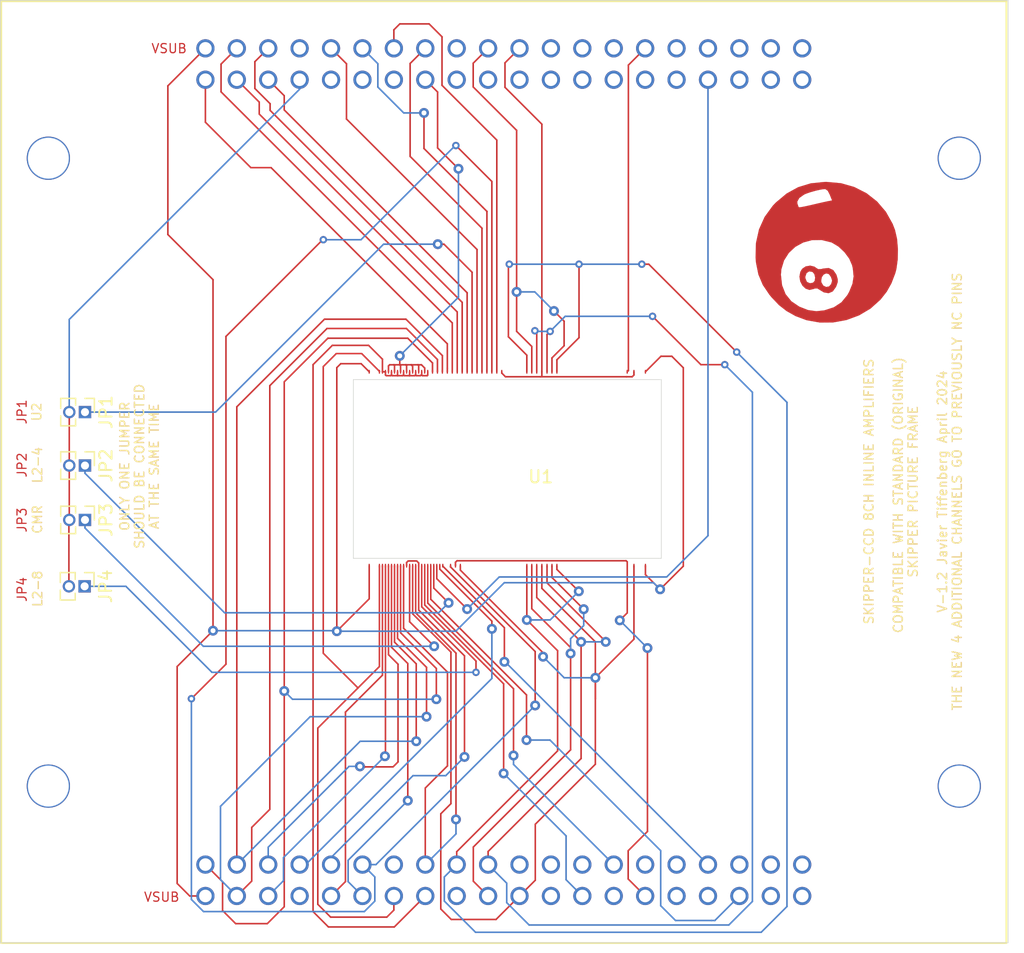
<source format=kicad_pcb>
(kicad_pcb (version 20221018) (generator pcbnew)
  (layers (0 "F.Cu" signal) (31 "B.Cu" signal) (34 "B.Paste" user) (35 "F.Paste" user) (36 "B.SilkS" user "B.Silkscreen") (37 "F.SilkS" user "F.Silkscreen") (38 "B.Mask" user) (39 "F.Mask" user) (44 "Edge.Cuts" user))
  (net 0 "")
  (net 1 "VOUT-U2-TRUE")
  (net 2 "VOUT-U2")
  (net 3 "VOUT-L2-4")
  (net 4 "VOUT-CMR")
  (net 5 "H1-L1")
  (net 6 "H2-L1")
  (net 7 "H3-L1")
  (net 8 "RG-L1")
  (net 9 "H1-A")
  (net 10 "VOUT-L1")
  (net 11 "VDD-L1")
  (net 12 "DRAIN-L1")
  (net 13 "SW-L1")
  (net 14 "TG-L1")
  (net 15 "P+")
  (net 16 "OG-L1")
  (net 17 "DG-L1")
  (net 18 "V1-L1")
  (net 19 "V2-L1")
  (net 20 "V3-L1")
  (net 21 "N+")
  (net 22 "VOUT-L2")
  (net 23 "VSUB")
  (net 24 "DRAIN-U2")
  (net 25 "V3-U1")
  (net 26 "V1-U1")
  (net 27 "V2-U1")
  (net 28 "DG-U1")
  (net 29 "OG-U1")
  (net 30 "TG-U1")
  (net 31 "DRAIN-U1")
  (net 32 "SW-U1")
  (net 33 "VOUT-U1")
  (net 34 "VDD-U1")
  (net 35 "H2")
  (net 36 "H3-U1")
  (net 37 "RG-U1")
  (net 38 "H1-U1")
  (net 39 "H2-U1")
  (net 40 "VOUT-L2-5")
  (net 41 "VOUT-L2-6")
  (net 42 "VOUT-L2-7")
  (net 43 "VOUT-L2-8")
  (net 44 "H3-A")
  (net 45 "RG-A")
  (net 46 "RD-L2")
  (net 48 "VDD")
  (net 49 "DRAIN")
  (net 50 "SW-A")
  (net 51 "TG-B")
  (net 53 "OG-A")
  (net 54 "DG-A")
  (net 55 "V1-B")
  (net 56 "V2")
  (net 57 "V3-B")
  (net 58 "RD-L1")
  (net 59 "H1-B")
  (net 60 "H3-B")
  (net 61 "RG-B")
  (net 64 "SW-B")
  (net 66 "DG-B")
  (net 67 "OG-B")
  (net 68 "unconnected-(PF1-V1-U2-Pad57)")
  (net 73 "RD-U1")
  (footprint "Connector_PinHeader_1.27mm:PinHeader_1x02_P1.27mm_Vertical" (layer "F.Cu") (at 128.09728 103.289441 -90)
    (fp_text reference "JP3")
    (fp_text value "Jumper")
  )
  (footprint "Connector_PinHeader_1.27mm:PinHeader_1x02_P1.27mm_Vertical" (layer "F.Cu") (at 128.09728 94.56674 -90)
    (fp_text reference "JP1")
    (fp_text value "Jumper")
  )
  (footprint "skLib:pf_skipper" (layer "F.Cu") (at 203.788641 138.104121)
    (fp_text reference "PF1" hide)
    (fp_text value "pf_skipper" hide)
  )
  (footprint "Connector_PinHeader_1.27mm:PinHeader_1x02_P1.27mm_Vertical" (layer "F.Cu") (at 128.09728 98.88982 -90)
    (fp_text reference "JP2")
    (fp_text value "Jumper")
  )
  (footprint "skipper:bola8_s" (layer "F.Cu") (at 187.95 81.6 90)
    (fp_text reference "G***" hide)
    (fp_text value "LOGO" hide)
  )
  (footprint "Connector_PinHeader_1.27mm:PinHeader_1x02_P1.27mm_Vertical" (layer "F.Cu") (at 128.0668 108.6612 -90)
    (fp_text reference "JP4")
    (fp_text value "Jumper")
  )
  (footprint "skLib:QIS_8ch_inline" (layer "F.Cu") (at 162.25 99.25)
    (fp_text reference "U1")
    (fp_text value "QIS_SKCCD_8CH_inline-qis")
  )
  (gr_line (start 202.75 61.25) (end 121.25 61.25) (stroke (width 0.05)) (layer "Edge.Cuts"))
  (gr_line (start 174.7 106.4) (end 174.7 91.9353) (stroke (width 0.05)) (layer "Edge.Cuts"))
  (gr_line (start 149.8 91.9353) (end 149.8 106.4) (stroke (width 0.05)) (layer "Edge.Cuts"))
  (gr_line (start 202.75 137.5) (end 202.75 61.25) (stroke (width 0.05)) (layer "Edge.Cuts"))
  (gr_line (start 149.8 106.4) (end 174.7 106.4) (stroke (width 0.05)) (layer "Edge.Cuts"))
  (gr_line (start 174.7 91.9353) (end 149.8 91.9353) (stroke (width 0.05)) (layer "Edge.Cuts"))
  (gr_line (start 121.25 137.5) (end 202.75 137.5) (stroke (width 0.05)) (layer "Edge.Cuts"))
  (gr_line (start 121.25 61.25) (end 121.25 137.5) (stroke (width 0.05)) (layer "Edge.Cuts"))
  (gr_text "VSUB" (at 134.3 133.8) (layer "F.Cu") (effects (font (size 0.738 0.738) (thickness 0.0968))))
  (gr_text "CMR" (at 124.25 103.25 90) (layer "F.Cu") (effects (font (size 0.738 0.738) (thickness 0.0968))))
  (gr_text "L2-4" (at 124.25 98.85 90) (layer "F.Cu") (effects (font (size 0.738 0.738) (thickness 0.0968))))
  (gr_text "U2" (at 124.2 94.55 90) (layer "F.Cu") (effects (font (size 0.738 0.738) (thickness 0.0968))))
  (gr_text "ONLY ONE JUMPER\nSHOULD BE CONNECTED\nAT THE SAME TIME" (at 132.5 98.95 90) (layer "F.Cu") (effects (font (size 0.738 0.738) (thickness 0.0968))))
  (gr_text "JP3" (at 123 103.3 90) (layer "F.Cu") (effects (font (size 0.738 0.738) (thickness 0.0968))))
  (gr_text "JP2" (at 123 98.85 90) (layer "F.Cu") (effects (font (size 0.738 0.738) (thickness 0.0968))))
  (gr_text "JP1" (at 123 94.55 90) (layer "F.Cu") (effects (font (size 0.738 0.738) (thickness 0.0968))))
  (gr_text "SKIPPER-CCD 8CH INLINE AMPLIFIERS\n\nCOMPATIBLE WITH STANDARD (ORIGINAL) \nSKIPPER PICTURE FRAME\n\nV-1.2 Javier Tiffenberg April 2024\nTHE NEW 4 ADDITIONAL CHANNELS GO TO PREVIOUSLY NC PINS" (at 195.05 101 90) (layer "F.Cu") (effects (font (size 0.738 0.738) (thickness 0.0968))))
  (gr_text "VSUB" (at 134.9 65.15) (layer "F.Cu") (effects (font (size 0.738 0.738) (thickness 0.0968))))
  (gr_text "L2-8" (at 124.2568 108.8644 90) (layer "F.Cu") (effects (font (size 0.738 0.738) (thickness 0.0968))))
  (gr_text "JP4" (at 123.0068 108.9144 90) (layer "F.Cu") (effects (font (size 0.738 0.738) (thickness 0.0968))))
  (gr_text "SKIPPER-CCD 8CH INLINE AMPLIFIERS\n\nCOMPATIBLE WITH STANDARD (ORIGINAL) \nSKIPPER PICTURE FRAME\n\nV-1.2 Javier Tiffenberg April 2024\nTHE NEW 4 ADDITIONAL CHANNELS GO TO PREVIOUSLY NC PINS" (at 195.05 101 90) (layer "F.SilkS") (effects (font (size 0.738 0.738) (thickness 0.0968))))
  (gr_text "ONLY ONE JUMPER\nSHOULD BE CONNECTED\nAT THE SAME TIME" (at 132.5 98.95 90) (layer "F.SilkS") (effects (font (size 0.738 0.738) (thickness 0.0968))))
  (gr_text "CMR" (at 124.25 103.25 90) (layer "F.SilkS") (effects (font (size 0.738 0.738) (thickness 0.0968))))
  (gr_text "L2-4" (at 124.25 98.85 90) (layer "F.SilkS") (effects (font (size 0.738 0.738) (thickness 0.0968))))
  (gr_text "U2" (at 124.2 94.55 90) (layer "F.SilkS") (effects (font (size 0.738 0.738) (thickness 0.0968))))
  (gr_text "L2-8" (at 124.2568 108.8644 90) (layer "F.SilkS") (effects (font (size 0.738 0.738) (thickness 0.0968))))
  (segment (start 159.3986 91.3036) (end 159.3986 83.25194) (width 0.127) (layer "F.Cu") (net 1))
  (segment (start 159.3986 83.25194) (end 157.12694 80.98028) (width 0.127) (layer "F.Cu") (net 1))
  (segment (start 157.12694 80.98028) (end 156.62402 80.98028) (width 0.127) (layer "F.Cu") (net 1))
  (via (at 156.62402 80.98028) (size 0.8) (drill 0.4) (layers "F.Cu" "B.Cu") (net 1))
  (segment (start 152.24252 80.98028) (end 138.65606 94.56674) (width 0.127) (layer "B.Cu") (net 1))
  (segment (start 138.65606 94.56674) (end 128.09728 94.56674) (width 0.127) (layer "B.Cu") (net 1))
  (segment (start 156.62402 80.98028) (end 152.24252 80.98028) (width 0.127) (layer "B.Cu") (net 1))
  (segment (start 126.6952 103.421521) (end 126.82728 103.289441) (width 0.2) (layer "F.Cu") (net 2))
  (segment (start 126.7968 103.319921) (end 126.82728 103.289441) (width 0.2) (layer "F.Cu") (net 2))
  (segment (start 126.7968 108.6612) (end 126.7968 103.319921) (width 0.127) (layer "F.Cu") (net 2))
  (segment (start 126.82728 94.56674) (end 126.82728 98.88982) (width 0.127) (layer "F.Cu") (net 2))
  (segment (start 126.82728 98.88982) (end 126.82728 103.289441) (width 0.127) (layer "F.Cu") (net 2))
  (segment (start 126.82474 94.56444) (end 126.82474 87.0712) (width 0.127) (layer "B.Cu") (net 2))
  (segment (start 145.455001 68.440939) (end 145.455001 67.675001) (width 0.127) (layer "B.Cu") (net 2))
  (segment (start 126.82474 87.0712) (end 145.455001 68.440939) (width 0.127) (layer "B.Cu") (net 2))
  (segment (start 156.2991 108.7991) (end 157.5 110) (width 0.127) (layer "F.Cu") (net 3))
  (segment (start 156.2991 106.99288) (end 156.2991 108.7991) (width 0.127) (layer "F.Cu") (net 3))
  (via (at 157.5 110) (size 0.8) (drill 0.4) (layers "F.Cu" "B.Cu") (net 3))
  (segment (start 156.699995 110.800005) (end 157.5 110) (width 0.127) (layer "B.Cu") (net 3))
  (segment (start 128.09728 98.88982) (end 128.09728 99.51682) (width 0.127) (layer "B.Cu") (net 3))
  (segment (start 128.09728 99.51682) (end 139.380465 110.800005) (width 0.127) (layer "B.Cu") (net 3))
  (segment (start 139.380465 110.800005) (end 156.699995 110.800005) (width 0.127) (layer "B.Cu") (net 3))
  (segment (start 154.3471 106.99288) (end 154.3471 111.52778) (width 0.127) (layer "F.Cu") (net 4))
  (segment (start 154.3471 111.52778) (end 156.33192 113.5126) (width 0.127) (layer "F.Cu") (net 4))
  (via (at 156.33192 113.5126) (size 0.8) (drill 0.4) (layers "F.Cu" "B.Cu") (net 4))
  (segment (start 128.09728 103.943982) (end 137.665898 113.5126) (width 0.127) (layer "B.Cu") (net 4))
  (segment (start 128.09728 103.289441) (end 128.09728 103.943982) (width 0.127) (layer "B.Cu") (net 4))
  (segment (start 137.665898 113.5126) (end 156.33192 113.5126) (width 0.127) (layer "B.Cu") (net 4))
  (segment (start 137.835001 131.175001) (end 139.22248 132.56248) (width 0.127) (layer "F.Cu") (net 9))
  (segment (start 139.22248 134.89432) (end 140.27912 135.95096) (width 0.127) (layer "F.Cu") (net 9))
  (segment (start 144.21104 117.13464) (end 144.21104 134.5819) (width 0.127) (layer "F.Cu") (net 9))
  (segment (start 144.21104 92.11564) (end 144.21104 117.13464) (width 0.127) (layer "F.Cu") (net 9))
  (segment (start 156.50972 115.30972) (end 156.50972 117.79758) (width 0.127) (layer "F.Cu") (net 9))
  (segment (start 154.19832 88.59012) (end 147.73656 88.59012) (width 0.127) (layer "F.Cu") (net 9))
  (segment (start 153.6151 106.99288) (end 153.6151 112.4151) (width 0.127) (layer "F.Cu") (net 9))
  (segment (start 142.84198 135.95096) (end 140.27912 135.95096) (width 0.127) (layer "F.Cu") (net 9))
  (segment (start 156.1986 90.5904) (end 154.19832 88.59012) (width 0.127) (layer "F.Cu") (net 9))
  (segment (start 156.1986 91.3036) (end 156.1986 90.5904) (width 0.127) (layer "F.Cu") (net 9))
  (segment (start 139.22248 132.56248) (end 139.22248 134.89432) (width 0.127) (layer "F.Cu") (net 9))
  (segment (start 147.73656 88.59012) (end 144.21104 92.11564) (width 0.127) (layer "F.Cu") (net 9))
  (segment (start 153.6151 112.4151) (end 156.50972 115.30972) (width 0.127) (layer "F.Cu") (net 9))
  (segment (start 144.21104 134.5819) (end 142.84198 135.95096) (width 0.127) (layer "F.Cu") (net 9))
  (via (at 144.21104 117.13464) (size 0.8) (drill 0.4) (layers "F.Cu" "B.Cu") (net 9))
  (via (at 156.50972 117.79758) (size 0.8) (drill 0.4) (layers "F.Cu" "B.Cu") (net 9))
  (segment (start 156.50972 117.79758) (end 144.87398 117.79758) (width 0.127) (layer "B.Cu") (net 9))
  (segment (start 144.87398 117.79758) (end 144.21104 117.13464) (width 0.127) (layer "B.Cu") (net 9))
  (segment (start 157.0311 106.99288) (end 157.0311 107.0311) (width 0.127) (layer "F.Cu") (net 10))
  (segment (start 162.01136 112.01136) (end 162.01136 114.201675) (width 0.127) (layer "F.Cu") (net 10))
  (segment (start 162.01136 114.201675) (end 162.01136 114.76736) (width 0.127) (layer "F.Cu") (net 10))
  (segment (start 157.0311 107.0311) (end 162.01136 112.01136) (width 0.127) (layer "F.Cu") (net 10))
  (via (at 162.01136 114.76736) (size 0.8) (drill 0.4) (layers "F.Cu" "B.Cu") (net 10))
  (segment (start 162.06736 114.76736) (end 162.01136 114.76736) (width 0.127) (layer "B.Cu") (net 10))
  (segment (start 178.475001 131.175001) (end 162.06736 114.76736) (width 0.127) (layer "B.Cu") (net 10))
  (segment (start 171.9474 110.80794) (end 171.34078 111.41456) (width 0.127) (layer "F.Cu") (net 15))
  (segment (start 156.9674 64.20152) (end 156.9674 68.1274) (width 0.127) (layer "F.Cu") (net 15))
  (segment (start 153.075001 63.637799) (end 153.55316 63.15964) (width 0.127) (layer "F.Cu") (net 15))
  (segment (start 146.92376 134.38886) (end 147.96008 135.42518) (width 0.127) (layer "F.Cu") (net 15))
  (segment (start 152.50668 135.42518) (end 153.075001 134.856859) (width 0.127) (layer "F.Cu") (net 15))
  (segment (start 148.41861 89.83139) (end 147.36572 90.88428) (width 0.127) (layer "F.Cu") (net 15))
  (segment (start 158.0574 106.99288) (end 158.0574 106.71588) (width 0.127) (layer "F.Cu") (net 15))
  (segment (start 147.36572 114.07648) (end 150.17242 116.88318) (width 0.127) (layer "F.Cu") (net 15))
  (segment (start 146.92376 120.13184) (end 146.92376 134.38886) (width 0.127) (layer "F.Cu") (net 15))
  (segment (start 151.9071 106.99288) (end 151.9071 115.1485) (width 0.127) (layer "F.Cu") (net 15))
  (segment (start 158.18104 106.59224) (end 171.855 106.59224) (width 0.127) (layer "F.Cu") (net 15))
  (segment (start 161.3986 72.5586) (end 156.9674 68.1274) (width 0.127) (layer "F.Cu") (net 15))
  (segment (start 153.075001 65.135001) (end 153.075001 63.637799) (width 0.127) (layer "F.Cu") (net 15))
  (segment (start 151.9071 91.26742) (end 150.47107 89.83139) (width 0.127) (layer "F.Cu") (net 15))
  (segment (start 158.0574 106.71588) (end 158.18104 106.59224) (width 0.127) (layer "F.Cu") (net 15))
  (segment (start 172.03928 91.20742) (end 172.03928 66.490722) (width 0.127) (layer "F.Cu") (net 15))
  (segment (start 151.9071 115.1485) (end 150.17242 116.88318) (width 0.127) (layer "F.Cu") (net 15))
  (segment (start 153.075001 134.856859) (end 153.075001 133.715001) (width 0.127) (layer "F.Cu") (net 15))
  (segment (start 172.03928 66.490722) (end 173.395001 65.135001) (width 0.127) (layer "F.Cu") (net 15))
  (segment (start 161.3986 91.3036) (end 161.3986 72.5586) (width 0.127) (layer "F.Cu") (net 15))
  (segment (start 173.58106 128.49606) (end 172.0215 130.05562) (width 0.127) (layer "F.Cu") (net 15))
  (segment (start 171.9431 91.3036) (end 172.03928 91.20742) (width 0.127) (layer "F.Cu") (net 15))
  (segment (start 173.58106 113.65484) (end 173.58106 128.49606) (width 0.127) (layer "F.Cu") (net 15))
  (segment (start 171.9474 106.99288) (end 171.9474 110.80794) (width 0.127) (layer "F.Cu") (net 15))
  (segment (start 153.55316 63.15964) (end 155.92552 63.15964) (width 0.127) (layer "F.Cu") (net 15))
  (segment (start 147.36572 90.88428) (end 147.36572 114.07648) (width 0.127) (layer "F.Cu") (net 15))
  (segment (start 172.0215 132.3415) (end 173.395001 133.715001) (width 0.127) (layer "F.Cu") (net 15))
  (segment (start 147.96008 135.42518) (end 152.50668 135.42518) (width 0.127) (layer "F.Cu") (net 15))
  (segment (start 155.92552 63.15964) (end 156.9674 64.20152) (width 0.127) (layer "F.Cu") (net 15))
  (segment (start 151.9071 91.3036) (end 151.9071 91.26742) (width 0.127) (layer "F.Cu") (net 15))
  (segment (start 171.855 106.59224) (end 171.9474 106.68464) (width 0.127) (layer "F.Cu") (net 15))
  (segment (start 172.0215 130.05562) (end 172.0215 132.3415) (width 0.127) (layer "F.Cu") (net 15))
  (segment (start 150.17242 116.88318) (end 146.92376 120.13184) (width 0.127) (layer "F.Cu") (net 15))
  (segment (start 150.47107 89.83139) (end 148.41861 89.83139) (width 0.127) (layer "F.Cu") (net 15))
  (segment (start 171.9474 106.68464) (end 171.9474 106.99288) (width 0.127) (layer "F.Cu") (net 15))
  (via (at 171.34078 111.41456) (size 0.8) (drill 0.4) (layers "F.Cu" "B.Cu") (net 15))
  (via (at 173.58106 113.65484) (size 0.8) (drill 0.4) (layers "F.Cu" "B.Cu") (net 15))
  (segment (start 173.56074 113.63452) (end 171.34078 111.41456) (width 0.127) (layer "B.Cu") (net 15))
  (segment (start 173.56074 113.63452) (end 173.58106 113.65484) (width 0.127) (layer "B.Cu") (net 15))
  (segment (start 161.7986 91.40758) (end 162.09772 91.7067) (width 0.127) (layer "F.Cu") (net 21))
  (segment (start 162.06 68.29) (end 162.06 66.310002) (width 0.127) (layer "F.Cu") (net 21))
  (segment (start 154.5911 106.99288) (end 154.5911 110.88278) (width 0.127) (layer "F.Cu") (net 21))
  (segment (start 165.0424 108.82712) (end 169.3672 113.15192) (width 0.127) (layer "F.Cu") (net 21))
  (segment (start 164.51129 132.438712) (end 164.51129 127.91129) (width 0.127) (layer "F.Cu") (net 21))
  (segment (start 165.1381 114.0381) (end 165.1381 114.35334) (width 0.127) (layer "F.Cu") (net 21))
  (segment (start 172.4879 91.3036) (end 172.4879 91.56542) (width 0.127) (layer "F.Cu") (net 21))
  (segment (start 165.0424 106.99288) (end 165.0424 108.82712) (width 0.127) (layer "F.Cu") (net 21))
  (segment (start 157.71622 135.61568) (end 161.334322 135.61568) (width 0.127) (layer "F.Cu") (net 21))
  (segment (start 171.87926 91.7067) (end 164.9163 91.7067) (width 0.127) (layer "F.Cu") (net 21))
  (segment (start 169.3672 117.77218) (end 169.3672 123.05538) (width 0.127) (layer "F.Cu") (net 21))
  (segment (start 169.3672 113.15192) (end 169.3672 117.77218) (width 0.127) (layer "F.Cu") (net 21))
  (segment (start 156.86786 134.76732) (end 157.71622 135.61568) (width 0.127) (layer "F.Cu") (net 21))
  (segment (start 158.4524 107.3524) (end 165.1381 114.0381) (width 0.127) (layer "F.Cu") (net 21))
  (segment (start 161.334322 135.61568) (end 163.235001 133.715001) (width 0.127) (layer "F.Cu") (net 21))
  (segment (start 161.7986 91.3036) (end 161.7986 91.40758) (width 0.127) (layer "F.Cu") (net 21))
  (segment (start 154.5911 110.88278) (end 157.68828 113.97996) (width 0.127) (layer "F.Cu") (net 21))
  (segment (start 157.68828 113.97996) (end 157.68828 126.24562) (width 0.127) (layer "F.Cu") (net 21))
  (segment (start 169.3672 123.05538) (end 164.51129 127.91129) (width 0.127) (layer "F.Cu") (net 21))
  (segment (start 165.0424 91.7) (end 165.0424 91.3036) (width 0.127) (layer "F.Cu") (net 21))
  (segment (start 172.34662 91.7067) (end 171.87926 91.7067) (width 0.127) (layer "F.Cu") (net 21))
  (segment (start 172.4879 91.56542) (end 172.34662 91.7067) (width 0.127) (layer "F.Cu") (net 21))
  (segment (start 165.0424 71.2724) (end 162.06 68.29) (width 0.127) (layer "F.Cu") (net 21))
  (segment (start 162.09772 91.7067) (end 164.9163 91.7067) (width 0.127) (layer "F.Cu") (net 21))
  (segment (start 162.06 66.310002) (end 163.235001 65.135001) (width 0.127) (layer "F.Cu") (net 21))
  (segment (start 158.4524 106.99288) (end 158.4524 107.3524) (width 0.127) (layer "F.Cu") (net 21))
  (segment (start 165.0424 91.3036) (end 165.0424 71.2724) (width 0.127) (layer "F.Cu") (net 21))
  (segment (start 156.86786 127.06604) (end 156.86786 134.76732) (width 0.127) (layer "F.Cu") (net 21))
  (segment (start 169.3672 116.06022) (end 169.3672 117.77218) (width 0.127) (layer "F.Cu") (net 21))
  (segment (start 172.4879 112.93952) (end 169.3672 116.06022) (width 0.127) (layer "F.Cu") (net 21))
  (segment (start 163.235001 133.715001) (end 164.51129 132.438712) (width 0.127) (layer "F.Cu") (net 21))
  (segment (start 157.68828 126.24562) (end 156.86786 127.06604) (width 0.127) (layer "F.Cu") (net 21))
  (segment (start 172.4879 106.99288) (end 172.4879 112.93952) (width 0.127) (layer "F.Cu") (net 21))
  (via (at 169.3672 116.06022) (size 0.8) (drill 0.4) (layers "F.Cu" "B.Cu") (net 21))
  (via (at 165.1381 114.35334) (size 0.8) (drill 0.4) (layers "F.Cu" "B.Cu") (net 21))
  (segment (start 166.84498 116.06022) (end 169.3672 116.06022) (width 0.127) (layer "B.Cu") (net 21))
  (segment (start 165.1381 114.35334) (end 166.84498 116.06022) (width 0.127) (layer "B.Cu") (net 21))
  (segment (start 156.7871 107.26988) (end 161 111.48278) (width 0.127) (layer "F.Cu") (net 22))
  (segment (start 156.7871 106.99288) (end 156.7871 107.26988) (width 0.127) (layer "F.Cu") (net 22))
  (segment (start 161 111.48278) (end 161 112.1) (width 0.127) (layer "F.Cu") (net 22))
  (via (at 161 112.1) (size 0.8) (drill 0.4) (layers "F.Cu" "B.Cu") (net 22))
  (segment (start 145.938999 131.175001) (end 161 116.114) (width 0.127) (layer "B.Cu") (net 22))
  (segment (start 145.455001 131.175001) (end 145.938999 131.175001) (width 0.127) (layer "B.Cu") (net 22))
  (segment (start 161 116.114) (end 161 112.1) (width 0.127) (layer "B.Cu") (net 22))
  (segment (start 151.0811 106.99288) (end 151.0811 109.67276) (width 0.127) (layer "F.Cu") (net 23))
  (segment (start 135.55 115.15) (end 138.45 112.25) (width 0.127) (layer "F.Cu") (net 23))
  (segment (start 135.55 132.7) (end 135.55 115.15) (width 0.127) (layer "F.Cu") (net 23))
  (segment (start 173.4179 106.99288) (end 173.4179 107.71826) (width 0.127) (layer "F.Cu") (net 23))
  (segment (start 175.55 90.05) (end 176.48 90.98) (width 0.127) (layer "F.Cu") (net 23))
  (segment (start 137.835001 133.715001) (end 136.565001 133.715001) (width 0.127) (layer "F.Cu") (net 23))
  (segment (start 150.4275 90.65) (end 148.78 90.65) (width 0.127) (layer "F.Cu") (net 23))
  (segment (start 148.78 90.65) (end 148.46046 90.96954) (width 0.127) (layer "F.Cu") (net 23))
  (segment (start 136.565001 133.715001) (end 135.55 132.7) (width 0.127) (layer "F.Cu") (net 23))
  (segment (start 176.48 90.98) (end 176.48 107.02972) (width 0.127) (layer "F.Cu") (net 23))
  (segment (start 138.45 83.85) (end 138.45 112.25) (width 0.127) (layer "F.Cu") (net 23))
  (segment (start 174.6715 90.05) (end 175.55 90.05) (width 0.127) (layer "F.Cu") (net 23))
  (segment (start 134.8 80.2) (end 138.45 83.85) (width 0.127) (layer "F.Cu") (net 23))
  (segment (start 173.4179 107.71826) (end 174.60468 108.90504) (width 0.127) (layer "F.Cu") (net 23))
  (segment (start 137.835001 65.135001) (end 134.8 68.170002) (width 0.127) (layer "F.Cu") (net 23))
  (segment (start 176.48 107.02972) (end 174.60468 108.90504) (width 0.127) (layer "F.Cu") (net 23))
  (segment (start 148.46046 90.96954) (end 148.46046 112.2934) (width 0.127) (layer "F.Cu") (net 23))
  (segment (start 151.0811 91.3036) (end 150.4275 90.65) (width 0.127) (layer "F.Cu") (net 23))
  (segment (start 151.0811 109.67276) (end 148.46046 112.2934) (width 0.127) (layer "F.Cu") (net 23))
  (segment (start 134.8 68.170002) (end 134.8 80.2) (width 0.127) (layer "F.Cu") (net 23))
  (segment (start 173.4179 91.3036) (end 174.6715 90.05) (width 0.127) (layer "F.Cu") (net 23))
  (via (at 174.60468 108.90504) (size 0.8) (drill 0.4) (layers "F.Cu" "B.Cu") (net 23))
  (via (at 138.45 112.25) (size 0.8) (drill 0.4) (layers "F.Cu" "B.Cu") (net 23))
  (via (at 148.46046 112.2934) (size 0.8) (drill 0.4) (layers "F.Cu" "B.Cu") (net 23))
  (segment (start 174.60468 108.90504) (end 174.06874 108.3691) (width 0.127) (layer "B.Cu") (net 23))
  (segment (start 162.00374 108.3691) (end 158.07944 112.2934) (width 0.127) (layer "B.Cu") (net 23))
  (segment (start 138.45 112.25) (end 148.41706 112.25) (width 0.127) (layer "B.Cu") (net 23))
  (segment (start 158.07944 112.2934) (end 148.46046 112.2934) (width 0.127) (layer "B.Cu") (net 23))
  (segment (start 174.06874 108.3691) (end 162.00374 108.3691) (width 0.127) (layer "B.Cu") (net 23))
  (segment (start 148.41706 112.25) (end 148.46046 112.2934) (width 0.127) (layer "B.Cu") (net 23))
  (segment (start 156.5431 108.04309) (end 159.00001 110.5) (width 0.127) (layer "F.Cu") (net 33))
  (segment (start 156.5431 106.99288) (end 156.5431 108.04309) (width 0.127) (layer "F.Cu") (net 33))
  (via (at 159.00001 110.5) (size 0.8) (drill 0.4) (layers "F.Cu" "B.Cu") (net 33))
  (segment (start 175.133 107.90682) (end 161.59319 107.90682) (width 0.127) (layer "B.Cu") (net 33))
  (segment (start 161.59319 107.90682) (end 159.00001 110.5) (width 0.127) (layer "B.Cu") (net 33))
  (segment (start 178.475001 67.675001) (end 178.475001 104.564819) (width 0.127) (layer "B.Cu") (net 33))
  (segment (start 178.475001 104.564819) (end 175.133 107.90682) (width 0.127) (layer "B.Cu") (net 33))
  (segment (start 154.08638 87.8) (end 147.6707 87.8) (width 0.127) (layer "F.Cu") (net 35))
  (segment (start 141.5796 128.1684) (end 141.5796 132.510402) (width 0.127) (layer "F.Cu") (net 35))
  (segment (start 155.7147 115.2147) (end 155.7147 119.20728) (width 0.127) (layer "F.Cu") (net 35))
  (segment (start 156.5986 90.31222) (end 154.08638 87.8) (width 0.127) (layer "F.Cu") (net 35))
  (segment (start 139.10056 66.409442) (end 139.10056 68.6562) (width 0.127) (layer "F.Cu") (net 35))
  (segment (start 147.6707 87.8) (end 143.04264 92.42806) (width 0.127) (layer "F.Cu") (net 35))
  (segment (start 139.10056 68.6562) (end 157.7986 87.35424) (width 0.127) (layer "F.Cu") (net 35))
  (segment (start 153.3711 106.99288) (end 153.3711 112.8711) (width 0.127) (layer "F.Cu") (net 35))
  (segment (start 143.04264 92.42806) (end 143.04264 126.70536) (width 0.127) (layer "F.Cu") (net 35))
  (segment (start 157.7986 87.35424) (end 157.7986 91.3036) (width 0.127) (layer "F.Cu") (net 35))
  (segment (start 141.5796 132.510402) (end 140.375001 133.715001) (width 0.127) (layer "F.Cu") (net 35))
  (segment (start 140.375001 65.135001) (end 139.10056 66.409442) (width 0.127) (layer "F.Cu") (net 35))
  (segment (start 153.3711 112.8711) (end 155.7147 115.2147) (width 0.127) (layer "F.Cu") (net 35))
  (segment (start 143.04264 126.70536) (end 141.5796 128.1684) (width 0.127) (layer "F.Cu") (net 35))
  (segment (start 156.5986 91.3036) (end 156.5986 90.31222) (width 0.127) (layer "F.Cu") (net 35))
  (via (at 155.7147 119.20728) (size 0.8) (drill 0.4) (layers "F.Cu" "B.Cu") (net 35))
  (segment (start 139.05484 126.46152) (end 146.30908 119.20728) (width 0.127) (layer "B.Cu") (net 35))
  (segment (start 140.375001 133.715001) (end 139.05484 132.39484) (width 0.127) (layer "B.Cu") (net 35))
  (segment (start 146.30908 119.20728) (end 155.7147 119.20728) (width 0.127) (layer "B.Cu") (net 35))
  (segment (start 139.05484 132.39484) (end 139.05484 126.46152) (width 0.127) (layer "B.Cu") (net 35))
  (segment (start 163.8 121.1) (end 163.8 117.45) (width 0.127) (layer "F.Cu") (net 40))
  (segment (start 156.0551 109.7051) (end 156.0551 106.99288) (width 0.127) (layer "F.Cu") (net 40))
  (segment (start 163.8 117.45) (end 156.0551 109.7051) (width 0.127) (layer "F.Cu") (net 40))
  (via (at 163.8 121.1) (size 0.8) (drill 0.4) (layers "F.Cu" "B.Cu") (net 40))
  (segment (start 175.85 135.7) (end 178.75 135.7) (width 0.127) (layer "B.Cu") (net 40))
  (segment (start 174.65 130.05) (end 174.65 134.5) (width 0.127) (layer "B.Cu") (net 40))
  (segment (start 165.7 121.1) (end 174.65 130.05) (width 0.127) (layer "B.Cu") (net 40))
  (segment (start 174.65 134.5) (end 175.85 135.7) (width 0.127) (layer "B.Cu") (net 40))
  (segment (start 181.015001 133.715001) (end 179.030002 135.7) (width 0.127) (layer "B.Cu") (net 40))
  (segment (start 179.030002 135.7) (end 178.75 135.7) (width 0.127) (layer "B.Cu") (net 40))
  (segment (start 163.8 121.1) (end 165.7 121.1) (width 0.127) (layer "B.Cu") (net 40))
  (segment (start 162.75 116.95) (end 162.75 122.35) (width 0.127) (layer "F.Cu") (net 41))
  (segment (start 155.8111 106.99288) (end 155.8111 110.0111) (width 0.127) (layer "F.Cu") (net 41))
  (segment (start 155.8111 110.0111) (end 162.75 116.95) (width 0.127) (layer "F.Cu") (net 41))
  (via (at 162.75 122.35) (size 0.8) (drill 0.4) (layers "F.Cu" "B.Cu") (net 41))
  (segment (start 170.855001 131.175001) (end 162.75 123.07) (width 0.127) (layer "B.Cu") (net 41))
  (segment (start 162.75 123.07) (end 162.75 122.35) (width 0.127) (layer "B.Cu") (net 41))
  (segment (start 155.5671 106.99288) (end 155.5671 110.1671) (width 0.127) (layer "F.Cu") (net 42))
  (segment (start 161.95 116.55) (end 161.95 123.8) (width 0.127) (layer "F.Cu") (net 42))
  (segment (start 155.5671 110.1671) (end 160.35 114.95) (width 0.127) (layer "F.Cu") (net 42))
  (segment (start 160.35 114.95) (end 161.95 116.55) (width 0.127) (layer "F.Cu") (net 42))
  (via (at 161.95 123.8) (size 0.8) (drill 0.4) (layers "F.Cu" "B.Cu") (net 42))
  (segment (start 161.95 123.8) (end 167 128.85) (width 0.127) (layer "B.Cu") (net 42))
  (segment (start 167 128.85) (end 167 132.4) (width 0.127) (layer "B.Cu") (net 42))
  (segment (start 167 132.4) (end 168.315001 133.715001) (width 0.127) (layer "B.Cu") (net 42))
  (segment (start 159.7152 114.7064) (end 155.3231 110.3143) (width 0.127) (layer "F.Cu") (net 43))
  (segment (start 159.7152 115.6208) (end 159.7152 114.7064) (width 0.127) (layer "F.Cu") (net 43))
  (segment (start 155.3231 110.3143) (end 155.3231 106.99288) (width 0.127) (layer "F.Cu") (net 43))
  (via (at 159.7152 115.6208) (size 0.6) (drill 0.3) (layers "F.Cu" "B.Cu") (net 43))
  (segment (start 131.404529 108.6612) (end 138.364129 115.6208) (width 0.127) (layer "B.Cu") (net 43))
  (segment (start 138.364129 115.6208) (end 159.7152 115.6208) (width 0.127) (layer "B.Cu") (net 43))
  (segment (start 128.0668 108.6612) (end 131.404529 108.6612) (width 0.127) (layer "B.Cu") (net 43))
  (segment (start 154.884122 114.934122) (end 154.884122 121.1961) (width 0.127) (layer "F.Cu") (net 44))
  (segment (start 147.46312 87.05) (end 140.375001 94.138119) (width 0.127) (layer "F.Cu") (net 44))
  (segment (start 156.9986 91.3036) (end 156.9986 89.99594) (width 0.127) (layer "F.Cu") (net 44))
  (segment (start 154.05266 87.05) (end 147.46312 87.05) (width 0.127) (layer "F.Cu") (net 44))
  (segment (start 156.9986 89.99594) (end 154.05266 87.05) (width 0.127) (layer "F.Cu") (net 44))
  (segment (start 153.1271 113.1771) (end 154.884122 114.934122) (width 0.127) (layer "F.Cu") (net 44))
  (segment (start 140.375001 94.138119) (end 140.375001 131.175001) (width 0.127) (layer "F.Cu") (net 44))
  (segment (start 153.1271 106.99288) (end 153.1271 113.1771) (width 0.127) (layer "F.Cu") (net 44))
  (via (at 154.884122 121.1961) (size 0.8) (drill 0.4) (layers "F.Cu" "B.Cu") (net 44))
  (segment (start 150.353902 121.1961) (end 154.884122 121.1961) (width 0.127) (layer "B.Cu") (net 44))
  (segment (start 140.375001 131.175001) (end 150.353902 121.1961) (width 0.127) (layer "B.Cu") (net 44))
  (segment (start 152.3951 122.3649) (end 152.35 122.41) (width 0.127) (layer "F.Cu") (net 45))
  (segment (start 152.3951 106.99288) (end 152.3951 122.3649) (width 0.127) (layer "F.Cu") (net 45))
  (via (at 152.35 122.41) (size 0.8) (drill 0.4) (layers "F.Cu" "B.Cu") (net 45))
  (segment (start 142.915001 133.715001) (end 144.15008 132.479922) (width 0.127) (layer "B.Cu") (net 45))
  (segment (start 144.15008 130.60992) (end 152.35 122.41) (width 0.127) (layer "B.Cu") (net 45))
  (segment (start 144.15008 132.479922) (end 144.15008 130.60992) (width 0.127) (layer "B.Cu") (net 45))
  (segment (start 153.41 122.87) (end 153.04 123.24) (width 0.127) (layer "F.Cu") (net 46))
  (segment (start 152.6391 106.99288) (end 152.6391 114.1891) (width 0.127) (layer "F.Cu") (net 46))
  (segment (start 152.6391 114.1891) (end 153.41 114.96) (width 0.127) (layer "F.Cu") (net 46))
  (segment (start 150.37 123.27) (end 150.33 123.23) (width 0.1524) (layer "F.Cu") (net 46))
  (segment (start 153.41 114.96) (end 153.41 122.87) (width 0.127) (layer "F.Cu") (net 46))
  (segment (start 150.76 123.27) (end 150.37 123.27) (width 0.1524) (layer "F.Cu") (net 46))
  (segment (start 153.01 123.27) (end 150.76 123.27) (width 0.127) (layer "F.Cu") (net 46))
  (via (at 150.33 123.23) (size 0.8) (drill 0.4) (layers "F.Cu" "B.Cu") (net 46))
  (segment (start 150.33 123.23) (end 149.4517 123.23) (width 0.127) (layer "B.Cu") (net 46))
  (segment (start 142.915001 129.766699) (end 142.915001 131.175001) (width 0.127) (layer "B.Cu") (net 46))
  (segment (start 149.4517 123.23) (end 148.31085 124.37085) (width 0.127) (layer "B.Cu") (net 46))
  (segment (start 148.31085 124.37085) (end 142.915001 129.766699) (width 0.127) (layer "B.Cu") (net 46))
  (segment (start 149.16 118.84) (end 149.16 132.550002) (width 0.127) (layer "F.Cu") (net 48))
  (segment (start 147.995001 65.135001) (end 149.24278 66.38278) (width 0.127) (layer "F.Cu") (net 48))
  (segment (start 149.24278 66.38278) (end 149.24278 70.8533) (width 0.127) (layer "F.Cu") (net 48))
  (segment (start 152.1511 106.99288) (end 152.1511 115.8489) (width 0.127) (layer "F.Cu") (net 48))
  (segment (start 149.16 132.550002) (end 147.995001 133.715001) (width 0.127) (layer "F.Cu") (net 48))
  (segment (start 152.1511 115.8489) (end 149.16 118.84) (width 0.127) (layer "F.Cu") (net 48))
  (segment (start 159.7986 81.40912) (end 159.7986 91.3036) (width 0.127) (layer "F.Cu") (net 48))
  (segment (start 149.24278 70.8533) (end 159.7986 81.40912) (width 0.127) (layer "F.Cu") (net 48))
  (segment (start 144.20862 70.11936) (end 144.20862 68.96862) (width 0.127) (layer "F.Cu") (net 49))
  (segment (start 155.0791 106.99288) (end 155.0791 110.5791) (width 0.127) (layer "F.Cu") (net 49))
  (segment (start 158.78556 114.28556) (end 158.78556 122.46356) (width 0.127) (layer "F.Cu") (net 49))
  (segment (start 158.9986 84.90934) (end 144.20862 70.11936) (width 0.127) (layer "F.Cu") (net 49))
  (segment (start 154.1031 106.99288) (end 154.1031 106.7369) (width 0.127) (layer "F.Cu") (net 49))
  (segment (start 155.08 106.99198) (end 155.0791 106.99288) (width 0.127) (layer "F.Cu") (net 49))
  (segment (start 154.23 106.61) (end 154.92 106.61) (width 0.127) (layer "F.Cu") (net 49))
  (segment (start 155.08 106.77) (end 155.08 106.99198) (width 0.127) (layer "F.Cu") (net 49))
  (segment (start 154.1031 106.7369) (end 154.23 106.61) (width 0.127) (layer "F.Cu") (net 49))
  (segment (start 155.0791 110.5791) (end 158.78556 114.28556) (width 0.127) (layer "F.Cu") (net 49))
  (segment (start 158.9986 91.3036) (end 158.9986 84.90934) (width 0.127) (layer "F.Cu") (net 49))
  (segment (start 154.92 106.61) (end 155.08 106.77) (width 0.127) (layer "F.Cu") (net 49))
  (segment (start 144.20862 68.96862) (end 142.915001 67.675001) (width 0.127) (layer "F.Cu") (net 49))
  (via (at 158.78556 122.46356) (size 0.8) (drill 0.4) (layers "F.Cu" "B.Cu") (net 49))
  (segment (start 147.995001 130.604999) (end 147.995001 131.175001) (width 0.127) (layer "B.Cu") (net 49))
  (segment (start 157.26918 123.97994) (end 154.62006 123.97994) (width 0.127) (layer "B.Cu") (net 49))
  (segment (start 158.78556 122.46356) (end 157.26918 123.97994) (width 0.127) (layer "B.Cu") (net 49))
  (segment (start 154.62006 123.97994) (end 147.995001 130.604999) (width 0.127) (layer "B.Cu") (net 49))
  (segment (start 152.8831 106.99288) (end 152.8831 113.5905) (width 0.127) (layer "F.Cu") (net 50))
  (segment (start 154.2 114.9074) (end 154.2 126) (width 0.127) (layer "F.Cu") (net 50))
  (segment (start 152.8831 113.5905) (end 154.2 114.9074) (width 0.127) (layer "F.Cu") (net 50))
  (via (at 154.2 126) (size 0.8) (drill 0.4) (layers "F.Cu" "B.Cu") (net 50))
  (segment (start 150.535001 133.715001) (end 149.37486 132.55486) (width 0.127) (layer "B.Cu") (net 50))
  (segment (start 149.37486 132.55486) (end 149.37486 130.82514) (width 0.127) (layer "B.Cu") (net 50))
  (segment (start 149.37486 130.82514) (end 154.2 126) (width 0.127) (layer "B.Cu") (net 50))
  (segment (start 164.500001 113.935481) (end 164.5 117.734315) (width 0.127) (layer "F.Cu") (net 51))
  (segment (start 160.9986 75.9086) (end 160.9986 91.3036) (width 0.127) (layer "F.Cu") (net 51))
  (segment (start 164.5 117.734315) (end 164.5 118.3) (width 0.127) (layer "F.Cu") (net 51))
  (segment (start 139.4968 114.9604) (end 139.4968 88.4428) (width 0.127) (layer "F.Cu") (net 51))
  (segment (start 147.32 80.6196) (end 147.3708 80.6196) (width 0.127) (layer "F.Cu") (net 51))
  (segment (start 157.6574 107.09288) (end 164.500001 113.935481) (width 0.127) (layer "F.Cu") (net 51))
  (segment (start 157.6574 106.99288) (end 157.6574 107.09288) (width 0.127) (layer "F.Cu") (net 51))
  (segment (start 136.7028 117.7544) (end 139.4968 114.9604) (width 0.127) (layer "F.Cu") (net 51))
  (segment (start 158.0896 72.9996) (end 160.9986 75.9086) (width 0.127) (layer "F.Cu") (net 51))
  (segment (start 139.4968 88.4428) (end 147.32 80.6196) (width 0.127) (layer "F.Cu") (net 51))
  (via (at 164.5 118.3) (size 0.8) (drill 0.4) (layers "F.Cu" "B.Cu") (net 51))
  (via (at 147.3708 80.6196) (size 0.6) (drill 0.3) (layers "F.Cu" "B.Cu") (net 51))
  (via (at 136.7028 117.7544) (size 0.6) (drill 0.3) (layers "F.Cu" "B.Cu") (net 51))
  (via (at 158.0896 72.9996) (size 0.6) (drill 0.3) (layers "F.Cu" "B.Cu") (net 51))
  (segment (start 136.7028 133.997014) (end 137.681386 134.9756) (width 0.127) (layer "B.Cu") (net 51))
  (segment (start 158.0896 72.9996) (end 158.0388 72.9996) (width 0.127) (layer "B.Cu") (net 51))
  (segment (start 158.0388 72.9996) (end 150.4188 80.6196) (width 0.127) (layer "B.Cu") (net 51))
  (segment (start 150.535001 131.175001) (end 151.624999 131.175001) (width 0.127) (layer "B.Cu") (net 51))
  (segment (start 150.4188 80.6196) (end 147.3708 80.6196) (width 0.127) (layer "B.Cu") (net 51))
  (segment (start 137.681386 134.9756) (end 150.688616 134.9756) (width 0.127) (layer "B.Cu") (net 51))
  (segment (start 151.535001 134.129215) (end 151.535001 132.175001) (width 0.127) (layer "B.Cu") (net 51))
  (segment (start 150.688616 134.9756) (end 151.535001 134.129215) (width 0.127) (layer "B.Cu") (net 51))
  (segment (start 136.7028 117.7544) (end 136.7028 133.997014) (width 0.127) (layer "B.Cu") (net 51))
  (segment (start 151.624999 131.175001) (end 164.5 118.3) (width 0.127) (layer "B.Cu") (net 51))
  (segment (start 151.535001 132.175001) (end 150.535001 131.175001) (width 0.127) (layer "B.Cu") (net 51))
  (segment (start 154.342979 91.618701) (end 154.773181 91.618701) (width 0.127) (layer "F.Cu") (net 53))
  (segment (start 155.385019 91.618701) (end 155.772999 91.618701) (width 0.127) (layer "F.Cu") (net 53))
  (segment (start 146.54022 134.978863) (end 147.784107 136.22275) (width 0.127) (layer "F.Cu") (net 53))
  (segment (start 154.773181 91.618701) (end 154.8351 91.556782) (width 0.127) (layer "F.Cu") (net 53))
  (segment (start 155.3231 91.556782) (end 155.385019 91.618701) (width 0.127) (layer "F.Cu") (net 53))
  (segment (start 153.107252 136.22275) (end 155.615001 133.715001) (width 0.127) (layer "F.Cu") (net 53))
  (segment (start 155.226119 91.618701) (end 155.3231 91.52172) (width 0.127) (layer "F.Cu") (net 53))
  (segment (start 154.897019 91.618701) (end 155.226119 91.618701) (width 0.127) (layer "F.Cu") (net 53))
  (segment (start 152.821181 91.618701) (end 152.8831 91.556782) (width 0.127) (layer "F.Cu") (net 53))
  (segment (start 153.3711 91.3036) (end 153.3711 91.612802) (width 0.127) (layer "F.Cu") (net 53))
  (segment (start 151.03094 89.1667) (end 148.09978 89.1667) (width 0.127) (layer "F.Cu") (net 53))
  (segment (start 153.3711 91.612802) (end 153.376999 91.618701) (width 0.127) (layer "F.Cu") (net 53))
  (segment (start 152.8831 91.556782) (end 152.8831 91.3036) (width 0.127) (layer "F.Cu") (net 53))
  (segment (start 146.54022 90.72626) (end 146.54022 134.978863) (width 0.127) (layer "F.Cu") (net 53))
  (segment (start 147.784107 136.22275) (end 153.107252 136.22275) (width 0.127) (layer "F.Cu") (net 53))
  (segment (start 152.945019 91.618701) (end 153.376999 91.618701) (width 0.127) (layer "F.Cu") (net 53))
  (segment (start 153.376999 91.618701) (end 153.797181 91.618701) (width 0.127) (layer "F.Cu") (net 53))
  (segment (start 153.8591 91.556782) (end 153.8591 91.3036) (width 0.127) (layer "F.Cu") (net 53))
  (segment (start 152.3951 91.556782) (end 152.457019 91.618701) (width 0.127) (layer "F.Cu") (net 53))
  (segment (start 153.797181 91.618701) (end 153.8591 91.556782) (width 0.127) (layer "F.Cu") (net 53))
  (segment (start 153.921019 91.618701) (end 154.342979 91.618701) (width 0.127) (layer "F.Cu") (net 53))
  (segment (start 154.3471 91.61458) (end 154.3471 91.3036) (width 0.127) (layer "F.Cu") (net 53))
  (segment (start 152.8831 91.556782) (end 152.945019 91.618701) (width 0.127) (layer "F.Cu") (net 53))
  (segment (start 155.772999 91.618701) (end 155.8111 91.5806) (width 0.127) (layer "F.Cu") (net 53))
  (segment (start 152.3951 91.3036) (end 152.3951 91.556782) (width 0.127) (layer "F.Cu") (net 53))
  (segment (start 155.3231 91.52172) (end 155.3231 91.556782) (width 0.127) (layer "F.Cu") (net 53))
  (segment (start 152.1511 91.3036) (end 152.1511 90.28686) (width 0.127) (layer "F.Cu") (net 53))
  (segment (start 153.8591 91.556782) (end 153.921019 91.618701) (width 0.127) (layer "F.Cu") (net 53))
  (segment (start 152.457019 91.618701) (end 152.821181 91.618701) (width 0.127) (layer "F.Cu") (net 53))
  (segment (start 148.09978 89.1667) (end 146.54022 90.72626) (width 0.127) (layer "F.Cu") (net 53))
  (segment (start 154.8351 91.556782) (end 154.897019 91.618701) (width 0.127) (layer "F.Cu") (net 53))
  (segment (start 154.8351 91.556782) (end 154.8351 91.3036) (width 0.127) (layer "F.Cu") (net 53))
  (segment (start 155.3231 91.52172) (end 155.3231 91.3036) (width 0.127) (layer "F.Cu") (net 53))
  (segment (start 152.1511 90.28686) (end 151.03094 89.1667) (width 0.127) (layer "F.Cu") (net 53))
  (segment (start 154.342979 91.618701) (end 154.3471 91.61458) (width 0.127) (layer "F.Cu") (net 53))
  (segment (start 152.1511 91.3036) (end 152.3951 91.3036) (width 0.127) (layer "F.Cu") (net 53))
  (segment (start 155.8111 91.5806) (end 155.8111 91.3036) (width 0.127) (layer "F.Cu") (net 53))
  (segment (start 154.8351 110.803478) (end 158.09722 114.065598) (width 0.127) (layer "F.Cu") (net 54))
  (segment (start 157.40888 123.18746) (end 157.40888 115.60048) (width 0.127) (layer "F.Cu") (net 54))
  (segment (start 158.09722 114.065598) (end 158.09722 127.5207) (width 0.127) (layer "F.Cu") (net 54))
  (segment (start 157.40888 115.60048) (end 153.8591 112.0507) (width 0.127) (layer "F.Cu") (net 54))
  (segment (start 155.615001 131.175001) (end 155.615001 124.981339) (width 0.127) (layer "F.Cu") (net 54))
  (segment (start 154.8351 106.99288) (end 154.8351 110.803478) (width 0.127) (layer "F.Cu") (net 54))
  (segment (start 153.8591 112.0507) (end 153.8591 106.99288) (width 0.127) (layer "F.Cu") (net 54))
  (segment (start 155.615001 124.981339) (end 157.40888 123.18746) (width 0.127) (layer "F.Cu") (net 54))
  (via (at 158.09722 127.5207) (size 0.8) (drill 0.4) (layers "F.Cu" "B.Cu") (net 54))
  (segment (start 158.09722 128.692782) (end 155.615001 131.175001) (width 0.127) (layer "B.Cu") (net 54))
  (segment (start 158.09722 127.5207) (end 158.09722 128.692782) (width 0.127) (layer "B.Cu") (net 54))
  (segment (start 166.2584 106.99288) (end 166.2584 107.29484) (width 0.127) (layer "F.Cu") (net 55))
  (segment (start 166.2584 90.3324) (end 168.0464 88.5444) (width 0.127) (layer "F.Cu") (net 55))
  (segment (start 166.2584 107.29484) (end 168.02862 109.06506) (width 0.127) (layer "F.Cu") (net 55))
  (segment (start 158.155001 130.133433) (end 158.155001 131.175001) (width 0.127) (layer "F.Cu") (net 55))
  (segment (start 180.7972 89.7128) (end 173.6852 82.6008) (width 0.127) (layer "F.Cu") (net 55))
  (segment (start 163.8264 106.99288) (end 163.8264 111.38048) (width 0.127) (layer "F.Cu") (net 55))
  (segment (start 162.3365 88.4733) (end 163.8264 89.9632) (width 0.127) (layer "F.Cu") (net 55))
  (segment (start 163.8264 89.9632) (end 163.8264 91.3036) (width 0.127) (layer "F.Cu") (net 55))
  (segment (start 162.4076 82.6008) (end 162.3365 82.6719) (width 0.127) (layer "F.Cu") (net 55))
  (segment (start 173.6852 82.6008) (end 173.1264 82.6008) (width 0.127) (layer "F.Cu") (net 55))
  (segment (start 163.8264 111.38048) (end 166.31412 113.8682) (width 0.127) (layer "F.Cu") (net 55))
  (segment (start 166.2584 91.3036) (end 166.2584 90.3324) (width 0.127) (layer "F.Cu") (net 55))
  (segment (start 168.0464 88.5444) (end 168.0464 82.6008) (width 0.127) (layer "F.Cu") (net 55))
  (segment (start 166.31412 113.8682) (end 166.31412 121.974314) (width 0.127) (layer "F.Cu") (net 55))
  (segment (start 166.31412 121.974314) (end 158.155001 130.133433) (width 0.127) (layer "F.Cu") (net 55))
  (segment (start 162.3365 82.6719) (end 162.3365 88.4733) (width 0.127) (layer "F.Cu") (net 55))
  (via (at 168.0464 82.6008) (size 0.6) (drill 0.3) (layers "F.Cu" "B.Cu") (net 55))
  (via (at 173.1264 82.6008) (size 0.6) (drill 0.3) (layers "F.Cu" "B.Cu") (net 55))
  (via (at 168.02862 109.06506) (size 0.8) (drill 0.4) (layers "F.Cu" "B.Cu") (net 55))
  (via (at 180.7972 89.7128) (size 0.6) (drill 0.3) (layers "F.Cu" "B.Cu") (net 55))
  (via (at 162.4076 82.6008) (size 0.6) (drill 0.3) (layers "F.Cu" "B.Cu") (net 55))
  (via (at 163.8264 111.38048) (size 0.8) (drill 0.4) (layers "F.Cu" "B.Cu") (net 55))
  (segment (start 157.155001 132.175001) (end 157.155001 134.129215) (width 0.127) (layer "B.Cu") (net 55))
  (segment (start 157.155001 134.129215) (end 159.677786 136.652) (width 0.127) (layer "B.Cu") (net 55))
  (segment (start 184.8612 134.5692) (end 184.8612 93.7768) (width 0.127) (layer "B.Cu") (net 55))
  (segment (start 182.7784 136.652) (end 184.8612 134.5692) (width 0.127) (layer "B.Cu") (net 55))
  (segment (start 158.155001 131.175001) (end 157.155001 132.175001) (width 0.127) (layer "B.Cu") (net 55))
  (segment (start 159.677786 136.652) (end 182.7784 136.652) (width 0.127) (layer "B.Cu") (net 55))
  (segment (start 184.8612 93.7768) (end 180.7972 89.7128) (width 0.127) (layer "B.Cu") (net 55))
  (segment (start 173.1264 82.6008) (end 168.0464 82.6008) (width 0.127) (layer "B.Cu") (net 55))
  (segment (start 165.7132 111.38048) (end 163.8264 111.38048) (width 0.127) (layer "B.Cu") (net 55))
  (segment (start 168.0464 82.6008) (end 162.4076 82.6008) (width 0.127) (layer "B.Cu") (net 55))
  (segment (start 168.02862 109.06506) (end 165.7132 111.38048) (width 0.127) (layer "B.Cu") (net 55))
  (segment (start 159.49 66.340002) (end 159.49 68.26) (width 0.127) (layer "F.Cu") (net 56))
  (segment (start 163 84.84) (end 163 88.03) (width 0.127) (layer "F.Cu") (net 56))
  (segment (start 167.36568 113.6142) (end 167.36568 114.0968) (width 0.127) (layer "F.Cu") (net 56))
  (segment (start 165.8584 107.9464) (end 168.42486 110.51286) (width 0.127) (layer "F.Cu") (net 56))
  (segment (start 160.695001 65.135001) (end 159.49 66.340002) (width 0.127) (layer "F.Cu") (net 56))
  (segment (start 159.5 129.7552) (end 159.5 132.52) (width 0.127) (layer "F.Cu") (net 56))
  (segment (start 164.2264 106.99288) (end 164.2264 110.47492) (width 0.127) (layer "F.Cu") (net 56))
  (segment (start 163 88.03) (end 164.2264 89.2564) (width 0.127) (layer "F.Cu") (net 56))
  (segment (start 159.49 68.26) (end 163 71.77) (width 0.127) (layer "F.Cu") (net 56))
  (segment (start 165.8584 91.3036) (end 165.8584 90.1816) (width 0.127) (layer "F.Cu") (net 56))
  (segment (start 166.84 87.21) (end 166.02 86.39) (width 0.127) (layer "F.Cu") (net 56))
  (segment (start 167.36568 114.0968) (end 167.36568 121.88952) (width 0.127) (layer "F.Cu") (net 56))
  (segment (start 163 71.77) (end 163 84.84) (width 0.127) (layer "F.Cu") (net 56))
  (segment (start 164.2264 89.2564) (end 164.2264 91.3036) (width 0.127) (layer "F.Cu") (net 56))
  (segment (start 159.5 132.52) (end 160.695001 133.715001) (width 0.127) (layer "F.Cu") (net 56))
  (segment (start 166.84 89.2) (end 166.84 87.21) (width 0.127) (layer "F.Cu") (net 56))
  (segment (start 165.8584 90.1816) (end 166.84 89.2) (width 0.127) (layer "F.Cu") (net 56))
  (segment (start 167.36568 121.88952) (end 159.5 129.7552) (width 0.127) (layer "F.Cu") (net 56))
  (segment (start 164.2264 110.47492) (end 167.36568 113.6142) (width 0.127) (layer "F.Cu") (net 56))
  (segment (start 165.8584 106.99288) (end 165.8584 107.9464) (width 0.127) (layer "F.Cu") (net 56))
  (via (at 163 84.84) (size 0.8) (drill 0.4) (layers "F.Cu" "B.Cu") (net 56))
  (via (at 167.36568 114.0968) (size 0.8) (drill 0.4) (layers "F.Cu" "B.Cu") (net 56))
  (via (at 168.42486 110.51286) (size 0.8) (drill 0.4) (layers "F.Cu" "B.Cu") (net 56))
  (via (at 166.02 86.39) (size 0.8) (drill 0.4) (layers "F.Cu" "B.Cu") (net 56))
  (segment (start 164.47 84.84) (end 163 84.84) (width 0.127) (layer "B.Cu") (net 56))
  (segment (start 166.02 86.39) (end 164.47 84.84) (width 0.127) (layer "B.Cu") (net 56))
  (segment (start 168.42486 110.51286) (end 168.42486 111.8362) (width 0.127) (layer "B.Cu") (net 56))
  (segment (start 167.36568 112.89538) (end 167.36568 114.0968) (width 0.127) (layer "B.Cu") (net 56))
  (segment (start 168.42486 111.8362) (end 167.36568 112.89538) (width 0.127) (layer "B.Cu") (net 56))
  (segment (start 165.7096 88.0364) (end 165.4584 88.2876) (width 0.127) (layer "F.Cu") (net 57))
  (segment (start 167.44442 112.38738) (end 168.21404 113.157) (width 0.127) (layer "F.Cu") (net 57))
  (segment (start 164.6264 88.1326) (end 164.6264 91.3036) (width 0.127) (layer "F.Cu") (net 57))
  (segment (start 168.21404 113.157) (end 168.21404 122.59564) (width 0.127) (layer "F.Cu") (net 57))
  (segment (start 170.2054 113.12975) (end 170.2054 113.15446) (width 0.127) (layer "F.Cu") (net 57))
  (segment (start 177.9016 90.7288) (end 173.99 86.8172) (width 0.127) (layer "F.Cu") (net 57))
  (segment (start 179.832 90.7288) (end 177.9016 90.7288) (width 0.127) (layer "F.Cu") (net 57))
  (segment (start 165.4584 108.38275) (end 170.2054 113.12975) (width 0.127) (layer "F.Cu") (net 57))
  (segment (start 165.4584 106.99288) (end 165.4584 108.38275) (width 0.127) (layer "F.Cu") (net 57))
  (segment (start 164.6264 106.99288) (end 164.6264 109.56936) (width 0.127) (layer "F.Cu") (net 57))
  (segment (start 160.695001 130.114679) (end 160.695001 131.175001) (width 0.127) (layer "F.Cu") (net 57))
  (segment (start 164.4794 87.9856) (end 164.6264 88.1326) (width 0.127) (layer "F.Cu") (net 57))
  (segment (start 165.4584 88.2876) (end 165.4584 91.3036) (width 0.127) (layer "F.Cu") (net 57))
  (segment (start 168.21404 122.59564) (end 160.695001 130.114679) (width 0.127) (layer "F.Cu") (net 57))
  (segment (start 164.6264 109.56936) (end 167.44442 112.38738) (width 0.127) (layer "F.Cu") (net 57))
  (via (at 173.99 86.8172) (size 0.6) (drill 0.3) (layers "F.Cu" "B.Cu") (net 57))
  (via (at 170.2054 113.15446) (size 0.8) (drill 0.4) (layers "F.Cu" "B.Cu") (net 57))
  (via (at 168.21404 113.157) (size 0.8) (drill 0.4) (layers "F.Cu" "B.Cu") (net 57))
  (via (at 164.4794 87.9856) (size 0.6) (drill 0.3) (layers "F.Cu" "B.Cu") (net 57))
  (via (at 165.7096 88.0364) (size 0.6) (drill 0.3) (layers "F.Cu" "B.Cu") (net 57))
  (via (at 179.832 90.7288) (size 0.6) (drill 0.3) (layers "F.Cu" "B.Cu") (net 57))
  (segment (start 180.160601 136.0635) (end 182.0672 134.156901) (width 0.127) (layer "B.Cu") (net 57))
  (segment (start 182.0672 134.156901) (end 182.0672 92.964) (width 0.127) (layer "B.Cu") (net 57))
  (segment (start 173.99 86.8172) (end 166.9288 86.8172) (width 0.127) (layer "B.Cu") (net 57))
  (segment (start 162.198501 134.250601) (end 164.0114 136.0635) (width 0.127) (layer "B.Cu") (net 57))
  (segment (start 162.198501 132.678501) (end 162.198501 134.250601) (width 0.127) (layer "B.Cu") (net 57))
  (segment (start 164.0114 136.0635) (end 180.160601 136.0635) (width 0.127) (layer "B.Cu") (net 57))
  (segment (start 170.2054 113.15446) (end 168.21658 113.15446) (width 0.127) (layer "B.Cu") (net 57))
  (segment (start 166.9288 86.8172) (end 165.7096 88.0364) (width 0.127) (layer "B.Cu") (net 57))
  (segment (start 164.5302 88.0364) (end 165.7096 88.0364) (width 0.127) (layer "B.Cu") (net 57))
  (segment (start 164.4794 87.9856) (end 164.5302 88.0364) (width 0.127) (layer "B.Cu") (net 57))
  (segment (start 160.695001 131.175001) (end 162.198501 132.678501) (width 0.127) (layer "B.Cu") (net 57))
  (segment (start 182.0672 92.964) (end 179.832 90.7288) (width 0.127) (layer "B.Cu") (net 57))
  (segment (start 168.21658 113.15446) (end 168.21404 113.157) (width 0.127) (layer "B.Cu") (net 57))
  (segment (start 157.3986 89.04212) (end 157.3986 91.0266) (width 0.127) (layer "F.Cu") (net 59))
  (segment (start 141.50721 74.78649) (end 143.14297 74.78649) (width 0.127) (layer "F.Cu") (net 59))
  (segment (start 157.3986 91.0266) (end 157.3986 91.3036) (width 0.127) (layer "F.Cu") (net 59))
  (segment (start 137.835001 67.675001) (end 137.835001 71.114281) (width 0.127) (layer "F.Cu") (net 59))
  (segment (start 143.14297 74.78649) (end 157.3986 89.04212) (width 0.127) (layer "F.Cu") (net 59))
  (segment (start 137.835001 71.114281) (end 141.50721 74.78649) (width 0.127) (layer "F.Cu") (net 59))
  (segment (start 142.1892 70.45452) (end 158.1986 86.46392) (width 0.127) (layer "F.Cu") (net 60))
  (segment (start 158.1986 86.46392) (end 158.1986 91.3036) (width 0.127) (layer "F.Cu") (net 60))
  (segment (start 140.375001 67.675001) (end 142.1892 69.4892) (width 0.127) (layer "F.Cu") (net 60))
  (segment (start 142.1892 69.4892) (end 142.1892 70.45452) (width 0.127) (layer "F.Cu") (net 60))
  (segment (start 158.5986 85.68536) (end 158.5986 91.3036) (width 0.127) (layer "F.Cu") (net 61))
  (segment (start 141.83614 66.213862) (end 141.83614 68.38442) (width 0.127) (layer "F.Cu") (net 61))
  (segment (start 141.83614 68.38442) (end 143.06677 69.61505) (width 0.127) (layer "F.Cu") (net 61))
  (segment (start 143.06677 70.15353) (end 158.5986 85.68536) (width 0.127) (layer "F.Cu") (net 61))
  (segment (start 142.915001 65.135001) (end 141.83614 66.213862) (width 0.127) (layer "F.Cu") (net 61))
  (segment (start 143.06677 69.61505) (end 143.06677 70.15353) (width 0.127) (layer "F.Cu") (net 61))
  (segment (start 160.5986 91.3036) (end 160.5986 78.33562) (width 0.127) (layer "F.Cu") (net 64))
  (segment (start 160.5986 78.33562) (end 160.5986 78.3286) (width 0.127) (layer "F.Cu") (net 64))
  (segment (start 155.51 73.24) (end 155.51 70.36) (width 0.127) (layer "F.Cu") (net 64))
  (segment (start 160.26 77.99) (end 155.51 73.24) (width 0.127) (layer "F.Cu") (net 64))
  (segment (start 160.5986 78.3286) (end 160.26 77.99) (width 0.127) (layer "F.Cu") (net 64))
  (via (at 155.51 70.36) (size 0.8) (drill 0.4) (layers "F.Cu" "B.Cu") (net 64))
  (segment (start 153.87 70.36) (end 151.78 68.27) (width 0.127) (layer "B.Cu") (net 64))
  (segment (start 155.51 70.36) (end 153.87 70.36) (width 0.127) (layer "B.Cu") (net 64))
  (segment (start 151.78 68.27) (end 151.78 66.38) (width 0.127) (layer "B.Cu") (net 64))
  (segment (start 151.78 66.38) (end 150.535001 65.135001) (width 0.127) (layer "B.Cu") (net 64))
  (segment (start 153.55062 90.73896) (end 154.0383 90.73896) (width 0.127) (layer "F.Cu") (net 66))
  (segment (start 155.30576 90.73896) (end 155.5671 91.0003) (width 0.127) (layer "F.Cu") (net 66))
  (segment (start 154.47518 90.73896) (end 155.0162 90.73896) (width 0.127) (layer "F.Cu") (net 66))
  (segment (start 155.0791 90.80186) (end 155.0162 90.73896) (width 0.127) (layer "F.Cu") (net 66))
  (segment (start 154.5911 90.85488) (end 154.47518 90.73896) (width 0.127) (layer "F.Cu") (net 66))
  (segment (start 153.6151 90.80344) (end 153.55062 90.73896) (width 0.127) (layer "F.Cu") (net 66))
  (segment (start 155.0162 90.73896) (end 155.30576 90.73896) (width 0.127) (layer "F.Cu") (net 66))
  (segment (start 152.73274 90.73896) (end 153.07056 90.73896) (width 0.127) (layer "F.Cu") (net 66))
  (segment (start 156.61 73.19179) (end 156.61 68.67) (width 0.127) (layer "F.Cu") (net 66))
  (segment (start 154.5911 91.3036) (end 154.5911 90.85488) (width 0.127) (layer "F.Cu") (net 66))
  (segment (start 155.5671 91.0003) (end 155.5671 91.3036) (width 0.127) (layer "F.Cu") (net 66))
  (segment (start 153.6151 91.3036) (end 153.6151 90.80344) (width 0.127) (layer "F.Cu") (net 66))
  (segment (start 153.55062 90.73896) (end 153.55062 90.01506) (width 0.127) (layer "F.Cu") (net 66))
  (segment (start 153.1271 91.3036) (end 153.1271 90.7955) (width 0.127) (layer "F.Cu") (net 66))
  (segment (start 153.07056 90.73896) (end 153.55062 90.73896) (width 0.127) (layer "F.Cu") (net 66))
  (segment (start 158.29741 74.8792) (end 156.61 73.19179) (width 0.127) (layer "F.Cu") (net 66))
  (segment (start 153.1271 90.7955) (end 153.07056 90.73896) (width 0.127) (layer "F.Cu") (net 66))
  (segment (start 155.0791 91.3036) (end 155.0791 90.80186) (width 0.127) (layer "F.Cu") (net 66))
  (segment (start 152.6391 91.3036) (end 152.6391 90.8326) (width 0.127) (layer "F.Cu") (net 66))
  (segment (start 152.6391 90.8326) (end 152.73274 90.73896) (width 0.127) (layer "F.Cu") (net 66))
  (segment (start 154.0383 90.73896) (end 154.47518 90.73896) (width 0.127) (layer "F.Cu") (net 66))
  (segment (start 154.1031 90.80376) (end 154.0383 90.73896) (width 0.127) (layer "F.Cu") (net 66))
  (segment (start 154.1031 91.3036) (end 154.1031 90.80376) (width 0.127) (layer "F.Cu") (net 66))
  (segment (start 156.61 68.67) (end 155.615001 67.675001) (width 0.127) (layer "F.Cu") (net 66))
  (via (at 153.55062 90.01506) (size 0.8) (drill 0.4) (layers "F.Cu" "B.Cu") (net 66))
  (via (at 158.29741 74.8792) (size 0.8) (drill 0.4) (layers "F.Cu" "B.Cu") (net 66))
  (segment (start 158.29741 74.8792) (end 158.29741 85.26827) (width 0.127) (layer "B.Cu") (net 66))
  (segment (start 158.29741 85.26827) (end 153.55062 90.01506) (width 0.127) (layer "B.Cu") (net 66))
  (segment (start 154.38882 66.361182) (end 154.38882 73.87882) (width 0.127) (layer "F.Cu") (net 67))
  (segment (start 160.1986 79.6886) (end 160.1986 91.3036) (width 0.127) (layer "F.Cu") (net 67))
  (segment (start 154.38882 73.87882) (end 160.1986 79.6886) (width 0.127) (layer "F.Cu") (net 67))
  (segment (start 155.615001 65.135001) (end 154.38882 66.361182) (width 0.127) (layer "F.Cu") (net 67))
  (segment (start 158.155001 67.675001) (end 158.155001 68.085001) (width 0.127) (layer "F.Cu") (net 68))
)
</source>
